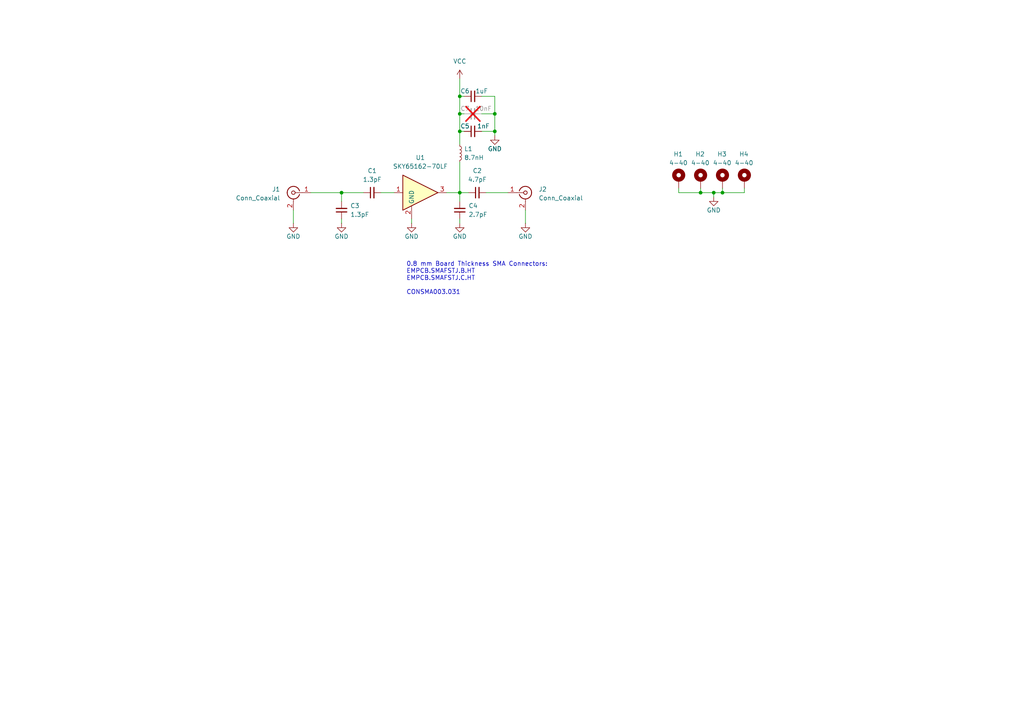
<source format=kicad_sch>
(kicad_sch (version 20231120) (generator "eeschema") (generator_version "8.0")
  (paper "A4")
  (lib_symbols
    (symbol "Connector:Conn_Coaxial" (pin_names (offset 1.016) hide)
      (property "Reference" "J" (at 0.254 3.048 0))
      (property "Value" "Conn_Coaxial" (at 2.921 0 90))
      (symbol "Conn_Coaxial_0_1"
        (arc (start -1.778 -0.508) (mid 0.2311 -1.8066) (end 1.778 0) (stroke (width 0.254)))
        (polyline (pts (xy -2.54 0) (xy -0.508 0)))
        (polyline (pts (xy 0 -2.54) (xy 0 -1.778)))
        (circle (center 0 0) (radius 0.508) (stroke (width 0.2032)))
        (arc (start 1.778 0) (mid 0.2099 1.8101) (end -1.778 0.508) (stroke (width 0.254)))
      )
      (symbol "Conn_Coaxial_1_1"
        (pin passive line (at -5.08 0 0) (length 2.54) (name "In") (number "1"))
        (pin passive line (at 0 -5.08 90) (length 2.54) (name "Ext") (number "2"))
      )
    )
    (symbol "Device:C_Small" (pin_numbers hide) (pin_names (offset 0.254) hide)
      (property "Reference" "C" (at 0.254 1.778 0))
      (property "Value" "C_Small" (at 0.254 -2.032 0))
      (symbol "C_Small_0_1"
        (polyline (pts (xy -1.524 -0.508) (xy 1.524 -0.508)) (stroke (width 0.3302)))
        (polyline (pts (xy -1.524 0.508) (xy 1.524 0.508)) (stroke (width 0.3048)))
      )
      (symbol "C_Small_1_1"
        (pin passive line (at 0 2.54 270) (length 2.032) (name "~") (number "1"))
        (pin passive line (at 0 -2.54 90) (length 2.032) (name "~") (number "2"))
      )
    )
    (symbol "Device:L_Small" (pin_numbers hide) (pin_names (offset 0.254) hide)
      (property "Reference" "L" (at 0.762 1.016 0))
      (property "Value" "L_Small" (at 0.762 -1.016 0))
      (symbol "L_Small_0_1"
        (arc (start 0 -2.032) (mid 0.5058 -1.524) (end 0 -1.016))
        (arc (start 0 -1.016) (mid 0.5058 -0.508) (end 0 0))
        (arc (start 0 0) (mid 0.5058 0.508) (end 0 1.016))
        (arc (start 0 1.016) (mid 0.5058 1.524) (end 0 2.032))
      )
      (symbol "L_Small_1_1"
        (pin passive line (at 0 2.54 270) (length 0.508) (name "~") (number "1"))
        (pin passive line (at 0 -2.54 90) (length 0.508) (name "~") (number "2"))
      )
    )
    (symbol "Mechanical:MountingHole_Pad" (pin_numbers hide) (pin_names (offset 1.016) hide)
      (property "Reference" "H" (at 0 6.35 0))
      (property "Value" "MountingHole_Pad" (at 0 4.445 0))
      (symbol "MountingHole_Pad_0_1"
        (circle (center 0 1.27) (radius 1.27) (stroke (width 1.27)))
      )
      (symbol "MountingHole_Pad_1_1"
        (pin input line (at 0 -2.54 90) (length 2.54) (name "1") (number "1"))
      )
    )
    (symbol "RF_Amplifier:GALI-39"
      (property "Reference" "U" (at -1.27 7.62 0))
      (property "Value" "GALI-39" (at 2.54 5.08 0))
      (symbol "GALI-39_0_1"
        (polyline (pts (xy 5.08 0) (xy -5.08 5.08) (xy -5.08 -5.08) (xy 5.08 0)) (stroke (width 0.254)) (fill (type background)))
      )
      (symbol "GALI-39_1_1"
        (pin input line (at -7.62 0 0) (length 2.54) (name "~") (number "1"))
        (pin power_in line (at -2.54 -7.62 90) (length 3.81) (name "GND") (number "2"))
        (pin output line (at 7.62 0 180) (length 2.54) (name "~") (number "3"))
      )
    )
    (symbol "power:GND" (power) (pin_numbers hide) (pin_names (offset 0) hide)
      (property "Value" "GND" (at 0 -3.81 0))
      (symbol "GND_0_1"
        (polyline (pts (xy 0 0) (xy 0 -1.27) (xy 1.27 -1.27) (xy 0 -2.54) (xy -1.27 -1.27) (xy 0 -1.27)))
      )
      (symbol "GND_1_1"
        (pin power_in line (at 0 0 270) (length 0) (name "~") (number "1"))
      )
    )
    (symbol "power:VCC" (power) (pin_numbers hide) (pin_names (offset 0) hide)
      (property "Value" "VCC" (at 0 3.556 0))
      (symbol "VCC_0_1"
        (polyline (pts (xy -0.762 1.27) (xy 0 2.54)))
        (polyline (pts (xy 0 0) (xy 0 2.54)))
        (polyline (pts (xy 0 2.54) (xy 0.762 1.27)))
      )
      (symbol "VCC_1_1"
        (pin power_in line (at 0 0 90) (length 0) (name "~") (number "1"))
      )
    )
  )
  (junction (at 99.06 55.88))
  (junction (at 133.35 33.02))
  (junction (at 133.35 27.94))
  (junction (at 133.35 55.88))
  (junction (at 209.55 55.88))
  (junction (at 143.51 33.02))
  (junction (at 207.01 55.88))
  (junction (at 133.35 38.1))
  (junction (at 143.51 38.1))
  (junction (at 203.2 55.88))
  (wire (pts (xy 110.49 55.88) (xy 114.3 55.88)))
  (wire (pts (xy 139.7 38.1) (xy 143.51 38.1)))
  (wire (pts (xy 134.62 27.94) (xy 133.35 27.94)))
  (wire (pts (xy 196.85 54.61) (xy 196.85 55.88)))
  (wire (pts (xy 133.35 55.88) (xy 135.89 55.88)))
  (wire (pts (xy 215.9 55.88) (xy 209.55 55.88)))
  (wire (pts (xy 99.06 55.88) (xy 105.41 55.88)))
  (wire (pts (xy 85.09 60.96) (xy 85.09 64.77)))
  (wire (pts (xy 139.7 33.02) (xy 143.51 33.02)))
  (wire (pts (xy 203.2 54.61) (xy 203.2 55.88)))
  (wire (pts (xy 140.97 55.88) (xy 147.32 55.88)))
  (wire (pts (xy 143.51 33.02) (xy 143.51 38.1)))
  (wire (pts (xy 119.38 64.77) (xy 119.38 63.5)))
  (wire (pts (xy 133.35 22.86) (xy 133.35 27.94)))
  (wire (pts (xy 133.35 55.88) (xy 133.35 58.42)))
  (wire (pts (xy 139.7 27.94) (xy 143.51 27.94)))
  (wire (pts (xy 143.51 38.1) (xy 143.51 39.37)))
  (wire (pts (xy 133.35 63.5) (xy 133.35 64.77)))
  (wire (pts (xy 133.35 33.02) (xy 134.62 33.02)))
  (wire (pts (xy 133.35 33.02) (xy 133.35 38.1)))
  (wire (pts (xy 209.55 54.61) (xy 209.55 55.88)))
  (wire (pts (xy 203.2 55.88) (xy 207.01 55.88)))
  (wire (pts (xy 129.54 55.88) (xy 133.35 55.88)))
  (wire (pts (xy 143.51 27.94) (xy 143.51 33.02)))
  (wire (pts (xy 215.9 54.61) (xy 215.9 55.88)))
  (wire (pts (xy 133.35 46.99) (xy 133.35 55.88)))
  (wire (pts (xy 152.4 60.96) (xy 152.4 64.77)))
  (wire (pts (xy 133.35 27.94) (xy 133.35 33.02)))
  (wire (pts (xy 207.01 55.88) (xy 207.01 57.15)))
  (wire (pts (xy 133.35 38.1) (xy 134.62 38.1)))
  (wire (pts (xy 90.17 55.88) (xy 99.06 55.88)))
  (wire (pts (xy 99.06 63.5) (xy 99.06 64.77)))
  (wire (pts (xy 133.35 41.91) (xy 133.35 38.1)))
  (wire (pts (xy 99.06 58.42) (xy 99.06 55.88)))
  (wire (pts (xy 196.85 55.88) (xy 203.2 55.88)))
  (wire (pts (xy 209.55 55.88) (xy 207.01 55.88)))
  (text "0.8 mm Board Thickness SMA Connectors:\nEMPCB.SMAFSTJ.B.HT\nEMPCB.SMAFSTJ.C.HT\n\nCONSMA003.031" (at 117.856 80.772 0) (effects (font (size 1.27 1.27)) (justify left)))
  (symbol (lib_id "Device:C_Small") (at 137.16 27.94 90) (unit 1)
    (property "Reference" "C6" (at 134.874 26.416 90))
    (property "Value" "1uF" (at 139.7 26.416 90))
    (property "Footprint" "Capacitor_SMD:C_0402_1005Metric" (effects (hide yes)))
    (property "Description" "Unpolarized capacitor, small symbol" (effects (hide yes)))
  )
  (symbol (lib_id "Device:C_Small") (at 137.16 33.02 90) (unit 1) (dnp yes)
    (property "Reference" "C7" (at 134.874 31.496 90))
    (property "Value" "10nF" (at 140.208 31.496 90))
    (property "Footprint" "Capacitor_SMD:C_0402_1005Metric" (effects (hide yes)))
    (property "Description" "Unpolarized capacitor, small symbol" (effects (hide yes)))
  )
  (symbol (lib_id "Device:C_Small") (at 137.16 38.1 90) (unit 1)
    (property "Reference" "C5" (at 134.874 36.576 90))
    (property "Value" "1nF" (at 140.208 36.576 90))
    (property "Footprint" "Capacitor_SMD:C_0402_1005Metric" (effects (hide yes)))
    (property "Description" "Unpolarized capacitor, small symbol" (effects (hide yes)))
  )
  (symbol (lib_id "Mechanical:MountingHole_Pad") (at 196.85 52.07 0) (unit 1)
    (property "Reference" "H1" (at 195.326 44.704 0) (effects (justify left)))
    (property "Value" "4-40" (at 194.056 47.244 0) (effects (justify left)))
    (property "Footprint" "B12T_MountingHole:4-40_Hole_Pad" (effects (hide yes)))
    (property "Description" "Mounting Hole with connection" (effects (hide yes)))
  )
  (symbol (lib_id "power:GND") (at 119.38 64.77 0) (unit 1)
    (property "Reference" "#PWR01" (effects (hide yes)))
    (property "Value" "GND" (at 119.38 68.58 0))
    (property "Description" "Power symbol creates a global label with name \"GND\" , ground" (effects (hide yes)))
  )
  (symbol (lib_id "RF_Amplifier:GALI-39") (at 121.92 55.88 0) (unit 1)
    (property "Reference" "U1" (at 121.92 45.72 0))
    (property "Value" "SKY65162-70LF" (at 121.92 48.26 0))
    (property "Footprint" "Package_TO_SOT_SMD:SOT-89-3" (effects (hide yes)))
    (property "Datasheet" "https://www.skyworksinc.com/-/media/SkyWorks/Documents/Products/401-500/SKY65162_70LF_201212K.pdf" (effects (hide yes)))
    (property "Description" "400 to 3800 MHz Linear Power Amplifier" (effects (hide yes)))
  )
  (symbol (lib_id "Mechanical:MountingHole_Pad") (at 203.2 52.07 0) (unit 1)
    (property "Reference" "H2" (at 201.676 44.704 0) (effects (justify left)))
    (property "Value" "4-40" (at 200.406 47.244 0) (effects (justify left)))
    (property "Footprint" "B12T_MountingHole:4-40_Hole_Pad" (effects (hide yes)))
    (property "Description" "Mounting Hole with connection" (effects (hide yes)))
  )
  (symbol (lib_id "Connector:Conn_Coaxial") (at 85.09 55.88 0) (mirror y) (unit 1)
    (property "Reference" "J1" (at 81.28 54.9031 0) (effects (justify left)))
    (property "Value" "Conn_Coaxial" (at 81.28 57.4431 0) (effects (justify left)))
    (property "Footprint" "Connector_Coaxial:SMA_Samtec_SMA-J-P-X-ST-EM1_EdgeMount" (effects (hide yes)))
    (property "Datasheet" " ~" (effects (hide yes)))
    (property "Description" "coaxial connector (BNC, SMA, SMB, SMC, Cinch/RCA, LEMO, ...)" (effects (hide yes)))
  )
  (symbol (lib_id "power:GND") (at 99.06 64.77 0) (unit 1)
    (property "Reference" "#PWR03" (effects (hide yes)))
    (property "Value" "GND" (at 99.06 68.58 0))
    (property "Description" "Power symbol creates a global label with name \"GND\" , ground" (effects (hide yes)))
  )
  (symbol (lib_id "Mechanical:MountingHole_Pad") (at 215.9 52.07 0) (unit 1)
    (property "Reference" "H4" (at 214.376 44.704 0) (effects (justify left)))
    (property "Value" "4-40" (at 213.106 47.244 0) (effects (justify left)))
    (property "Footprint" "B12T_MountingHole:4-40_Hole_Pad" (effects (hide yes)))
    (property "Description" "Mounting Hole with connection" (effects (hide yes)))
  )
  (symbol (lib_id "Mechanical:MountingHole_Pad") (at 209.55 52.07 0) (unit 1)
    (property "Reference" "H3" (at 208.026 44.704 0) (effects (justify left)))
    (property "Value" "4-40" (at 206.756 47.244 0) (effects (justify left)))
    (property "Footprint" "B12T_MountingHole:4-40_Hole_Pad" (effects (hide yes)))
    (property "Description" "Mounting Hole with connection" (effects (hide yes)))
  )
  (symbol (lib_id "Device:C_Small") (at 107.95 55.88 90) (unit 1)
    (property "Reference" "C1" (at 107.9563 49.53 90))
    (property "Value" "1.3pF" (at 107.9563 52.07 90))
    (property "Footprint" "Capacitor_SMD:C_0402_1005Metric" (effects (hide yes)))
    (property "Description" "Unpolarized capacitor, small symbol" (effects (hide yes)))
  )
  (symbol (lib_id "power:GND") (at 85.09 64.77 0) (unit 1)
    (property "Reference" "#PWR04" (effects (hide yes)))
    (property "Value" "GND" (at 85.09 68.58 0))
    (property "Description" "Power symbol creates a global label with name \"GND\" , ground" (effects (hide yes)))
  )
  (symbol (lib_id "power:GND") (at 207.01 57.15 0) (unit 1)
    (property "Reference" "#PWR08" (effects (hide yes)))
    (property "Value" "GND" (at 207.01 60.96 0))
    (property "Description" "Power symbol creates a global label with name \"GND\" , ground" (effects (hide yes)))
  )
  (symbol (lib_id "Device:C_Small") (at 99.06 60.96 180) (unit 1)
    (property "Reference" "C3" (at 101.6 59.6835 0) (effects (justify right)))
    (property "Value" "1.3pF" (at 101.6 62.2235 0) (effects (justify right)))
    (property "Footprint" "Capacitor_SMD:C_0402_1005Metric" (effects (hide yes)))
    (property "Description" "Unpolarized capacitor, small symbol" (effects (hide yes)))
  )
  (symbol (lib_id "Device:C_Small") (at 138.43 55.88 90) (unit 1)
    (property "Reference" "C2" (at 138.4363 49.53 90))
    (property "Value" "4.7pF" (at 138.4363 52.07 90))
    (property "Footprint" "Capacitor_SMD:C_0402_1005Metric" (effects (hide yes)))
    (property "Description" "Unpolarized capacitor, small symbol" (effects (hide yes)))
  )
  (symbol (lib_id "power:GND") (at 133.35 64.77 0) (unit 1)
    (property "Reference" "#PWR02" (effects (hide yes)))
    (property "Value" "GND" (at 133.35 68.58 0))
    (property "Description" "Power symbol creates a global label with name \"GND\" , ground" (effects (hide yes)))
  )
  (symbol (lib_id "power:GND") (at 143.51 39.37 0) (unit 1)
    (property "Reference" "#PWR06" (effects (hide yes)))
    (property "Value" "GND" (at 143.51 43.18 0))
    (property "Description" "Power symbol creates a global label with name \"GND\" , ground" (effects (hide yes)))
  )
  (symbol (lib_id "Device:C_Small") (at 133.35 60.96 180) (unit 1)
    (property "Reference" "C4" (at 135.89 59.6835 0) (effects (justify right)))
    (property "Value" "2.7pF" (at 135.89 62.2235 0) (effects (justify right)))
    (property "Footprint" "Capacitor_SMD:C_0402_1005Metric" (effects (hide yes)))
    (property "Description" "Unpolarized capacitor, small symbol" (effects (hide yes)))
  )
  (symbol (lib_id "power:VCC") (at 133.35 22.86 0) (unit 1)
    (property "Reference" "#PWR07" (effects (hide yes)))
    (property "Value" "VCC" (at 133.35 17.78 0))
    (property "Description" "Power symbol creates a global label with name \"VCC\"" (effects (hide yes)))
  )
  (symbol (lib_id "Connector:Conn_Coaxial") (at 152.4 55.88 0) (unit 1)
    (property "Reference" "J2" (at 156.21 54.9031 0) (effects (justify left)))
    (property "Value" "Conn_Coaxial" (at 156.21 57.4431 0) (effects (justify left)))
    (property "Footprint" "Connector_Coaxial:SMA_Samtec_SMA-J-P-X-ST-EM1_EdgeMount" (effects (hide yes)))
    (property "Datasheet" " ~" (effects (hide yes)))
    (property "Description" "coaxial connector (BNC, SMA, SMB, SMC, Cinch/RCA, LEMO, ...)" (effects (hide yes)))
  )
  (symbol (lib_id "Device:L_Small") (at 133.35 44.45 0) (unit 1)
    (property "Reference" "L1" (at 134.62 43.1799 0) (effects (justify left)))
    (property "Value" "8.7nH" (at 134.62 45.7199 0) (effects (justify left)))
    (property "Footprint" "Inductor_SMD:L_0402_1005Metric" (effects (hide yes)))
    (property "Description" "Inductor, small symbol" (effects (hide yes)))
  )
  (symbol (lib_id "power:GND") (at 152.4 64.77 0) (unit 1)
    (property "Reference" "#PWR05" (effects (hide yes)))
    (property "Value" "GND" (at 152.4 68.58 0))
    (property "Description" "Power symbol creates a global label with name \"GND\" , ground" (effects (hide yes)))
  )
)
</source>
